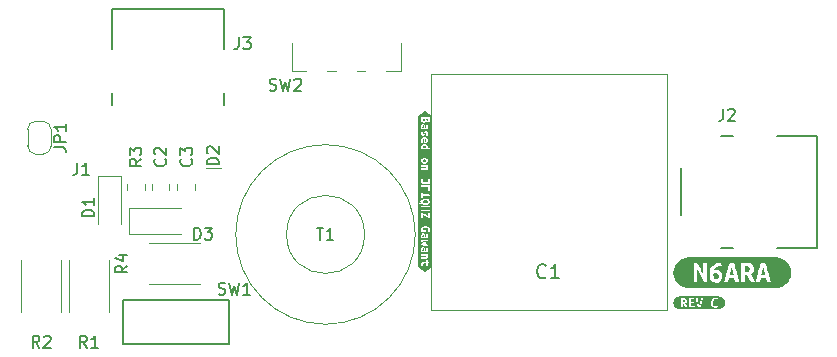
<source format=gbr>
%TF.GenerationSoftware,KiCad,Pcbnew,9.0.5*%
%TF.CreationDate,2025-11-29T21:51:22-08:00*%
%TF.ProjectId,TinyGawant,54696e79-4761-4776-916e-742e6b696361,rev?*%
%TF.SameCoordinates,Original*%
%TF.FileFunction,Legend,Top*%
%TF.FilePolarity,Positive*%
%FSLAX46Y46*%
G04 Gerber Fmt 4.6, Leading zero omitted, Abs format (unit mm)*
G04 Created by KiCad (PCBNEW 9.0.5) date 2025-11-29 21:51:22*
%MOMM*%
%LPD*%
G01*
G04 APERTURE LIST*
%ADD10C,0.150000*%
%ADD11C,0.127000*%
%ADD12C,0.120000*%
%ADD13C,0.000000*%
%ADD14C,0.100000*%
G04 APERTURE END LIST*
D10*
X130295666Y-111394819D02*
X130295666Y-112109104D01*
X130295666Y-112109104D02*
X130248047Y-112251961D01*
X130248047Y-112251961D02*
X130152809Y-112347200D01*
X130152809Y-112347200D02*
X130009952Y-112394819D01*
X130009952Y-112394819D02*
X129914714Y-112394819D01*
X130676619Y-111394819D02*
X131295666Y-111394819D01*
X131295666Y-111394819D02*
X130962333Y-111775771D01*
X130962333Y-111775771D02*
X131105190Y-111775771D01*
X131105190Y-111775771D02*
X131200428Y-111823390D01*
X131200428Y-111823390D02*
X131248047Y-111871009D01*
X131248047Y-111871009D02*
X131295666Y-111966247D01*
X131295666Y-111966247D02*
X131295666Y-112204342D01*
X131295666Y-112204342D02*
X131248047Y-112299580D01*
X131248047Y-112299580D02*
X131200428Y-112347200D01*
X131200428Y-112347200D02*
X131105190Y-112394819D01*
X131105190Y-112394819D02*
X130819476Y-112394819D01*
X130819476Y-112394819D02*
X130724238Y-112347200D01*
X130724238Y-112347200D02*
X130676619Y-112299580D01*
X117435333Y-137665819D02*
X117102000Y-137189628D01*
X116863905Y-137665819D02*
X116863905Y-136665819D01*
X116863905Y-136665819D02*
X117244857Y-136665819D01*
X117244857Y-136665819D02*
X117340095Y-136713438D01*
X117340095Y-136713438D02*
X117387714Y-136761057D01*
X117387714Y-136761057D02*
X117435333Y-136856295D01*
X117435333Y-136856295D02*
X117435333Y-136999152D01*
X117435333Y-136999152D02*
X117387714Y-137094390D01*
X117387714Y-137094390D02*
X117340095Y-137142009D01*
X117340095Y-137142009D02*
X117244857Y-137189628D01*
X117244857Y-137189628D02*
X116863905Y-137189628D01*
X118387714Y-137665819D02*
X117816286Y-137665819D01*
X118102000Y-137665819D02*
X118102000Y-136665819D01*
X118102000Y-136665819D02*
X118006762Y-136808676D01*
X118006762Y-136808676D02*
X117911524Y-136903914D01*
X117911524Y-136903914D02*
X117816286Y-136951533D01*
X116633666Y-122009819D02*
X116633666Y-122724104D01*
X116633666Y-122724104D02*
X116586047Y-122866961D01*
X116586047Y-122866961D02*
X116490809Y-122962200D01*
X116490809Y-122962200D02*
X116347952Y-123009819D01*
X116347952Y-123009819D02*
X116252714Y-123009819D01*
X117633666Y-123009819D02*
X117062238Y-123009819D01*
X117347952Y-123009819D02*
X117347952Y-122009819D01*
X117347952Y-122009819D02*
X117252714Y-122152676D01*
X117252714Y-122152676D02*
X117157476Y-122247914D01*
X117157476Y-122247914D02*
X117062238Y-122295533D01*
X126249580Y-121676666D02*
X126297200Y-121724285D01*
X126297200Y-121724285D02*
X126344819Y-121867142D01*
X126344819Y-121867142D02*
X126344819Y-121962380D01*
X126344819Y-121962380D02*
X126297200Y-122105237D01*
X126297200Y-122105237D02*
X126201961Y-122200475D01*
X126201961Y-122200475D02*
X126106723Y-122248094D01*
X126106723Y-122248094D02*
X125916247Y-122295713D01*
X125916247Y-122295713D02*
X125773390Y-122295713D01*
X125773390Y-122295713D02*
X125582914Y-122248094D01*
X125582914Y-122248094D02*
X125487676Y-122200475D01*
X125487676Y-122200475D02*
X125392438Y-122105237D01*
X125392438Y-122105237D02*
X125344819Y-121962380D01*
X125344819Y-121962380D02*
X125344819Y-121867142D01*
X125344819Y-121867142D02*
X125392438Y-121724285D01*
X125392438Y-121724285D02*
X125440057Y-121676666D01*
X125344819Y-121343332D02*
X125344819Y-120724285D01*
X125344819Y-120724285D02*
X125725771Y-121057618D01*
X125725771Y-121057618D02*
X125725771Y-120914761D01*
X125725771Y-120914761D02*
X125773390Y-120819523D01*
X125773390Y-120819523D02*
X125821009Y-120771904D01*
X125821009Y-120771904D02*
X125916247Y-120724285D01*
X125916247Y-120724285D02*
X126154342Y-120724285D01*
X126154342Y-120724285D02*
X126249580Y-120771904D01*
X126249580Y-120771904D02*
X126297200Y-120819523D01*
X126297200Y-120819523D02*
X126344819Y-120914761D01*
X126344819Y-120914761D02*
X126344819Y-121200475D01*
X126344819Y-121200475D02*
X126297200Y-121295713D01*
X126297200Y-121295713D02*
X126249580Y-121343332D01*
X136878095Y-127539819D02*
X137449523Y-127539819D01*
X137163809Y-128539819D02*
X137163809Y-127539819D01*
X138306666Y-128539819D02*
X137735238Y-128539819D01*
X138020952Y-128539819D02*
X138020952Y-127539819D01*
X138020952Y-127539819D02*
X137925714Y-127682676D01*
X137925714Y-127682676D02*
X137830476Y-127777914D01*
X137830476Y-127777914D02*
X137735238Y-127825533D01*
X132905667Y-115850200D02*
X133048524Y-115897819D01*
X133048524Y-115897819D02*
X133286619Y-115897819D01*
X133286619Y-115897819D02*
X133381857Y-115850200D01*
X133381857Y-115850200D02*
X133429476Y-115802580D01*
X133429476Y-115802580D02*
X133477095Y-115707342D01*
X133477095Y-115707342D02*
X133477095Y-115612104D01*
X133477095Y-115612104D02*
X133429476Y-115516866D01*
X133429476Y-115516866D02*
X133381857Y-115469247D01*
X133381857Y-115469247D02*
X133286619Y-115421628D01*
X133286619Y-115421628D02*
X133096143Y-115374009D01*
X133096143Y-115374009D02*
X133000905Y-115326390D01*
X133000905Y-115326390D02*
X132953286Y-115278771D01*
X132953286Y-115278771D02*
X132905667Y-115183533D01*
X132905667Y-115183533D02*
X132905667Y-115088295D01*
X132905667Y-115088295D02*
X132953286Y-114993057D01*
X132953286Y-114993057D02*
X133000905Y-114945438D01*
X133000905Y-114945438D02*
X133096143Y-114897819D01*
X133096143Y-114897819D02*
X133334238Y-114897819D01*
X133334238Y-114897819D02*
X133477095Y-114945438D01*
X133810429Y-114897819D02*
X134048524Y-115897819D01*
X134048524Y-115897819D02*
X134239000Y-115183533D01*
X134239000Y-115183533D02*
X134429476Y-115897819D01*
X134429476Y-115897819D02*
X134667572Y-114897819D01*
X135000905Y-114993057D02*
X135048524Y-114945438D01*
X135048524Y-114945438D02*
X135143762Y-114897819D01*
X135143762Y-114897819D02*
X135381857Y-114897819D01*
X135381857Y-114897819D02*
X135477095Y-114945438D01*
X135477095Y-114945438D02*
X135524714Y-114993057D01*
X135524714Y-114993057D02*
X135572333Y-115088295D01*
X135572333Y-115088295D02*
X135572333Y-115183533D01*
X135572333Y-115183533D02*
X135524714Y-115326390D01*
X135524714Y-115326390D02*
X134953286Y-115897819D01*
X134953286Y-115897819D02*
X135572333Y-115897819D01*
X156290000Y-131693057D02*
X156232857Y-131750200D01*
X156232857Y-131750200D02*
X156061429Y-131807342D01*
X156061429Y-131807342D02*
X155947143Y-131807342D01*
X155947143Y-131807342D02*
X155775714Y-131750200D01*
X155775714Y-131750200D02*
X155661429Y-131635914D01*
X155661429Y-131635914D02*
X155604286Y-131521628D01*
X155604286Y-131521628D02*
X155547143Y-131293057D01*
X155547143Y-131293057D02*
X155547143Y-131121628D01*
X155547143Y-131121628D02*
X155604286Y-130893057D01*
X155604286Y-130893057D02*
X155661429Y-130778771D01*
X155661429Y-130778771D02*
X155775714Y-130664485D01*
X155775714Y-130664485D02*
X155947143Y-130607342D01*
X155947143Y-130607342D02*
X156061429Y-130607342D01*
X156061429Y-130607342D02*
X156232857Y-130664485D01*
X156232857Y-130664485D02*
X156290000Y-130721628D01*
X157432857Y-131807342D02*
X156747143Y-131807342D01*
X157090000Y-131807342D02*
X157090000Y-130607342D01*
X157090000Y-130607342D02*
X156975714Y-130778771D01*
X156975714Y-130778771D02*
X156861429Y-130893057D01*
X156861429Y-130893057D02*
X156747143Y-130950200D01*
X128587667Y-133122200D02*
X128730524Y-133169819D01*
X128730524Y-133169819D02*
X128968619Y-133169819D01*
X128968619Y-133169819D02*
X129063857Y-133122200D01*
X129063857Y-133122200D02*
X129111476Y-133074580D01*
X129111476Y-133074580D02*
X129159095Y-132979342D01*
X129159095Y-132979342D02*
X129159095Y-132884104D01*
X129159095Y-132884104D02*
X129111476Y-132788866D01*
X129111476Y-132788866D02*
X129063857Y-132741247D01*
X129063857Y-132741247D02*
X128968619Y-132693628D01*
X128968619Y-132693628D02*
X128778143Y-132646009D01*
X128778143Y-132646009D02*
X128682905Y-132598390D01*
X128682905Y-132598390D02*
X128635286Y-132550771D01*
X128635286Y-132550771D02*
X128587667Y-132455533D01*
X128587667Y-132455533D02*
X128587667Y-132360295D01*
X128587667Y-132360295D02*
X128635286Y-132265057D01*
X128635286Y-132265057D02*
X128682905Y-132217438D01*
X128682905Y-132217438D02*
X128778143Y-132169819D01*
X128778143Y-132169819D02*
X129016238Y-132169819D01*
X129016238Y-132169819D02*
X129159095Y-132217438D01*
X129492429Y-132169819D02*
X129730524Y-133169819D01*
X129730524Y-133169819D02*
X129921000Y-132455533D01*
X129921000Y-132455533D02*
X130111476Y-133169819D01*
X130111476Y-133169819D02*
X130349572Y-132169819D01*
X131254333Y-133169819D02*
X130682905Y-133169819D01*
X130968619Y-133169819D02*
X130968619Y-132169819D01*
X130968619Y-132169819D02*
X130873381Y-132312676D01*
X130873381Y-132312676D02*
X130778143Y-132407914D01*
X130778143Y-132407914D02*
X130682905Y-132455533D01*
X122044819Y-121676666D02*
X121568628Y-122009999D01*
X122044819Y-122248094D02*
X121044819Y-122248094D01*
X121044819Y-122248094D02*
X121044819Y-121867142D01*
X121044819Y-121867142D02*
X121092438Y-121771904D01*
X121092438Y-121771904D02*
X121140057Y-121724285D01*
X121140057Y-121724285D02*
X121235295Y-121676666D01*
X121235295Y-121676666D02*
X121378152Y-121676666D01*
X121378152Y-121676666D02*
X121473390Y-121724285D01*
X121473390Y-121724285D02*
X121521009Y-121771904D01*
X121521009Y-121771904D02*
X121568628Y-121867142D01*
X121568628Y-121867142D02*
X121568628Y-122248094D01*
X121044819Y-121343332D02*
X121044819Y-120724285D01*
X121044819Y-120724285D02*
X121425771Y-121057618D01*
X121425771Y-121057618D02*
X121425771Y-120914761D01*
X121425771Y-120914761D02*
X121473390Y-120819523D01*
X121473390Y-120819523D02*
X121521009Y-120771904D01*
X121521009Y-120771904D02*
X121616247Y-120724285D01*
X121616247Y-120724285D02*
X121854342Y-120724285D01*
X121854342Y-120724285D02*
X121949580Y-120771904D01*
X121949580Y-120771904D02*
X121997200Y-120819523D01*
X121997200Y-120819523D02*
X122044819Y-120914761D01*
X122044819Y-120914761D02*
X122044819Y-121200475D01*
X122044819Y-121200475D02*
X121997200Y-121295713D01*
X121997200Y-121295713D02*
X121949580Y-121343332D01*
X128594819Y-122148094D02*
X127594819Y-122148094D01*
X127594819Y-122148094D02*
X127594819Y-121909999D01*
X127594819Y-121909999D02*
X127642438Y-121767142D01*
X127642438Y-121767142D02*
X127737676Y-121671904D01*
X127737676Y-121671904D02*
X127832914Y-121624285D01*
X127832914Y-121624285D02*
X128023390Y-121576666D01*
X128023390Y-121576666D02*
X128166247Y-121576666D01*
X128166247Y-121576666D02*
X128356723Y-121624285D01*
X128356723Y-121624285D02*
X128451961Y-121671904D01*
X128451961Y-121671904D02*
X128547200Y-121767142D01*
X128547200Y-121767142D02*
X128594819Y-121909999D01*
X128594819Y-121909999D02*
X128594819Y-122148094D01*
X127690057Y-121195713D02*
X127642438Y-121148094D01*
X127642438Y-121148094D02*
X127594819Y-121052856D01*
X127594819Y-121052856D02*
X127594819Y-120814761D01*
X127594819Y-120814761D02*
X127642438Y-120719523D01*
X127642438Y-120719523D02*
X127690057Y-120671904D01*
X127690057Y-120671904D02*
X127785295Y-120624285D01*
X127785295Y-120624285D02*
X127880533Y-120624285D01*
X127880533Y-120624285D02*
X128023390Y-120671904D01*
X128023390Y-120671904D02*
X128594819Y-121243332D01*
X128594819Y-121243332D02*
X128594819Y-120624285D01*
X120850819Y-130722666D02*
X120374628Y-131055999D01*
X120850819Y-131294094D02*
X119850819Y-131294094D01*
X119850819Y-131294094D02*
X119850819Y-130913142D01*
X119850819Y-130913142D02*
X119898438Y-130817904D01*
X119898438Y-130817904D02*
X119946057Y-130770285D01*
X119946057Y-130770285D02*
X120041295Y-130722666D01*
X120041295Y-130722666D02*
X120184152Y-130722666D01*
X120184152Y-130722666D02*
X120279390Y-130770285D01*
X120279390Y-130770285D02*
X120327009Y-130817904D01*
X120327009Y-130817904D02*
X120374628Y-130913142D01*
X120374628Y-130913142D02*
X120374628Y-131294094D01*
X120184152Y-129865523D02*
X120850819Y-129865523D01*
X119803200Y-130103618D02*
X120517485Y-130341713D01*
X120517485Y-130341713D02*
X120517485Y-129722666D01*
X113421333Y-137665819D02*
X113088000Y-137189628D01*
X112849905Y-137665819D02*
X112849905Y-136665819D01*
X112849905Y-136665819D02*
X113230857Y-136665819D01*
X113230857Y-136665819D02*
X113326095Y-136713438D01*
X113326095Y-136713438D02*
X113373714Y-136761057D01*
X113373714Y-136761057D02*
X113421333Y-136856295D01*
X113421333Y-136856295D02*
X113421333Y-136999152D01*
X113421333Y-136999152D02*
X113373714Y-137094390D01*
X113373714Y-137094390D02*
X113326095Y-137142009D01*
X113326095Y-137142009D02*
X113230857Y-137189628D01*
X113230857Y-137189628D02*
X112849905Y-137189628D01*
X113802286Y-136761057D02*
X113849905Y-136713438D01*
X113849905Y-136713438D02*
X113945143Y-136665819D01*
X113945143Y-136665819D02*
X114183238Y-136665819D01*
X114183238Y-136665819D02*
X114278476Y-136713438D01*
X114278476Y-136713438D02*
X114326095Y-136761057D01*
X114326095Y-136761057D02*
X114373714Y-136856295D01*
X114373714Y-136856295D02*
X114373714Y-136951533D01*
X114373714Y-136951533D02*
X114326095Y-137094390D01*
X114326095Y-137094390D02*
X113754667Y-137665819D01*
X113754667Y-137665819D02*
X114373714Y-137665819D01*
X118044819Y-126548094D02*
X117044819Y-126548094D01*
X117044819Y-126548094D02*
X117044819Y-126309999D01*
X117044819Y-126309999D02*
X117092438Y-126167142D01*
X117092438Y-126167142D02*
X117187676Y-126071904D01*
X117187676Y-126071904D02*
X117282914Y-126024285D01*
X117282914Y-126024285D02*
X117473390Y-125976666D01*
X117473390Y-125976666D02*
X117616247Y-125976666D01*
X117616247Y-125976666D02*
X117806723Y-126024285D01*
X117806723Y-126024285D02*
X117901961Y-126071904D01*
X117901961Y-126071904D02*
X117997200Y-126167142D01*
X117997200Y-126167142D02*
X118044819Y-126309999D01*
X118044819Y-126309999D02*
X118044819Y-126548094D01*
X118044819Y-125024285D02*
X118044819Y-125595713D01*
X118044819Y-125309999D02*
X117044819Y-125309999D01*
X117044819Y-125309999D02*
X117187676Y-125405237D01*
X117187676Y-125405237D02*
X117282914Y-125500475D01*
X117282914Y-125500475D02*
X117330533Y-125595713D01*
X126501905Y-128514819D02*
X126501905Y-127514819D01*
X126501905Y-127514819D02*
X126740000Y-127514819D01*
X126740000Y-127514819D02*
X126882857Y-127562438D01*
X126882857Y-127562438D02*
X126978095Y-127657676D01*
X126978095Y-127657676D02*
X127025714Y-127752914D01*
X127025714Y-127752914D02*
X127073333Y-127943390D01*
X127073333Y-127943390D02*
X127073333Y-128086247D01*
X127073333Y-128086247D02*
X127025714Y-128276723D01*
X127025714Y-128276723D02*
X126978095Y-128371961D01*
X126978095Y-128371961D02*
X126882857Y-128467200D01*
X126882857Y-128467200D02*
X126740000Y-128514819D01*
X126740000Y-128514819D02*
X126501905Y-128514819D01*
X127406667Y-127514819D02*
X128025714Y-127514819D01*
X128025714Y-127514819D02*
X127692381Y-127895771D01*
X127692381Y-127895771D02*
X127835238Y-127895771D01*
X127835238Y-127895771D02*
X127930476Y-127943390D01*
X127930476Y-127943390D02*
X127978095Y-127991009D01*
X127978095Y-127991009D02*
X128025714Y-128086247D01*
X128025714Y-128086247D02*
X128025714Y-128324342D01*
X128025714Y-128324342D02*
X127978095Y-128419580D01*
X127978095Y-128419580D02*
X127930476Y-128467200D01*
X127930476Y-128467200D02*
X127835238Y-128514819D01*
X127835238Y-128514819D02*
X127549524Y-128514819D01*
X127549524Y-128514819D02*
X127454286Y-128467200D01*
X127454286Y-128467200D02*
X127406667Y-128419580D01*
X124049580Y-121676666D02*
X124097200Y-121724285D01*
X124097200Y-121724285D02*
X124144819Y-121867142D01*
X124144819Y-121867142D02*
X124144819Y-121962380D01*
X124144819Y-121962380D02*
X124097200Y-122105237D01*
X124097200Y-122105237D02*
X124001961Y-122200475D01*
X124001961Y-122200475D02*
X123906723Y-122248094D01*
X123906723Y-122248094D02*
X123716247Y-122295713D01*
X123716247Y-122295713D02*
X123573390Y-122295713D01*
X123573390Y-122295713D02*
X123382914Y-122248094D01*
X123382914Y-122248094D02*
X123287676Y-122200475D01*
X123287676Y-122200475D02*
X123192438Y-122105237D01*
X123192438Y-122105237D02*
X123144819Y-121962380D01*
X123144819Y-121962380D02*
X123144819Y-121867142D01*
X123144819Y-121867142D02*
X123192438Y-121724285D01*
X123192438Y-121724285D02*
X123240057Y-121676666D01*
X123240057Y-121295713D02*
X123192438Y-121248094D01*
X123192438Y-121248094D02*
X123144819Y-121152856D01*
X123144819Y-121152856D02*
X123144819Y-120914761D01*
X123144819Y-120914761D02*
X123192438Y-120819523D01*
X123192438Y-120819523D02*
X123240057Y-120771904D01*
X123240057Y-120771904D02*
X123335295Y-120724285D01*
X123335295Y-120724285D02*
X123430533Y-120724285D01*
X123430533Y-120724285D02*
X123573390Y-120771904D01*
X123573390Y-120771904D02*
X124144819Y-121343332D01*
X124144819Y-121343332D02*
X124144819Y-120724285D01*
X114665819Y-120721333D02*
X115380104Y-120721333D01*
X115380104Y-120721333D02*
X115522961Y-120768952D01*
X115522961Y-120768952D02*
X115618200Y-120864190D01*
X115618200Y-120864190D02*
X115665819Y-121007047D01*
X115665819Y-121007047D02*
X115665819Y-121102285D01*
X115665819Y-120245142D02*
X114665819Y-120245142D01*
X114665819Y-120245142D02*
X114665819Y-119864190D01*
X114665819Y-119864190D02*
X114713438Y-119768952D01*
X114713438Y-119768952D02*
X114761057Y-119721333D01*
X114761057Y-119721333D02*
X114856295Y-119673714D01*
X114856295Y-119673714D02*
X114999152Y-119673714D01*
X114999152Y-119673714D02*
X115094390Y-119721333D01*
X115094390Y-119721333D02*
X115142009Y-119768952D01*
X115142009Y-119768952D02*
X115189628Y-119864190D01*
X115189628Y-119864190D02*
X115189628Y-120245142D01*
X115665819Y-118721333D02*
X115665819Y-119292761D01*
X115665819Y-119007047D02*
X114665819Y-119007047D01*
X114665819Y-119007047D02*
X114808676Y-119102285D01*
X114808676Y-119102285D02*
X114903914Y-119197523D01*
X114903914Y-119197523D02*
X114951533Y-119292761D01*
X171306666Y-117437819D02*
X171306666Y-118152104D01*
X171306666Y-118152104D02*
X171259047Y-118294961D01*
X171259047Y-118294961D02*
X171163809Y-118390200D01*
X171163809Y-118390200D02*
X171020952Y-118437819D01*
X171020952Y-118437819D02*
X170925714Y-118437819D01*
X171735238Y-117533057D02*
X171782857Y-117485438D01*
X171782857Y-117485438D02*
X171878095Y-117437819D01*
X171878095Y-117437819D02*
X172116190Y-117437819D01*
X172116190Y-117437819D02*
X172211428Y-117485438D01*
X172211428Y-117485438D02*
X172259047Y-117533057D01*
X172259047Y-117533057D02*
X172306666Y-117628295D01*
X172306666Y-117628295D02*
X172306666Y-117723533D01*
X172306666Y-117723533D02*
X172259047Y-117866390D01*
X172259047Y-117866390D02*
X171687619Y-118437819D01*
X171687619Y-118437819D02*
X172306666Y-118437819D01*
D11*
%TO.C,J3*%
X119583000Y-109006000D02*
X119583000Y-112376000D01*
X119583000Y-117086000D02*
X119583000Y-116086000D01*
X129083000Y-109006000D02*
X119583000Y-109006000D01*
X129083000Y-112376000D02*
X129083000Y-109006000D01*
X129083000Y-117086000D02*
X129083000Y-116086000D01*
D12*
%TO.C,R1*%
X115892000Y-130283936D02*
X115892000Y-134638064D01*
X119312000Y-130283936D02*
X119312000Y-134638064D01*
%TO.C,C3*%
X125105000Y-124321252D02*
X125105000Y-123798748D01*
X126575000Y-124321252D02*
X126575000Y-123798748D01*
%TO.C,T1*%
X145240000Y-128085000D02*
G75*
G02*
X130040000Y-128085000I-7600000J0D01*
G01*
X130040000Y-128085000D02*
G75*
G02*
X145240000Y-128085000I7600000J0D01*
G01*
X140940000Y-128085000D02*
G75*
G02*
X134340000Y-128085000I-3300000J0D01*
G01*
X134340000Y-128085000D02*
G75*
G02*
X140940000Y-128085000I3300000J0D01*
G01*
%TO.C,SW2*%
X134790000Y-111910000D02*
X134790000Y-114210000D01*
X134790000Y-114210000D02*
X135990000Y-114210000D01*
X138490000Y-114210000D02*
X137790000Y-114210000D01*
X140990000Y-114210000D02*
X140290000Y-114210000D01*
X142790000Y-114210000D02*
X143990000Y-114210000D01*
X143990000Y-114210000D02*
X143990000Y-111910000D01*
D13*
%TO.C,kibuzzard-67778075*%
G36*
X146113657Y-120008032D02*
G01*
X146150694Y-120028866D01*
X146176157Y-120062431D01*
X146185417Y-120110463D01*
X146175579Y-120159074D01*
X146149537Y-120191481D01*
X146113079Y-120210000D01*
X146070833Y-120215787D01*
X146070833Y-119998194D01*
X146113657Y-120008032D01*
G37*
G36*
X146060417Y-118360463D02*
G01*
X146037847Y-118449005D01*
X145963194Y-118481991D01*
X145911690Y-118470417D01*
X145880440Y-118440903D01*
X145865394Y-118399815D01*
X145861343Y-118352361D01*
X145862500Y-118317060D01*
X145865972Y-118284074D01*
X146060417Y-118284074D01*
X146060417Y-118360463D01*
G37*
G36*
X146346296Y-118315324D02*
G01*
X146347454Y-118348889D01*
X146344560Y-118387083D01*
X146332986Y-118419491D01*
X146308681Y-118441481D01*
X146267593Y-118449583D01*
X146202199Y-118421806D01*
X146178472Y-118339630D01*
X146178472Y-118284074D01*
X146342824Y-118284074D01*
X146346296Y-118315324D01*
G37*
G36*
X145950463Y-118858148D02*
G01*
X145970139Y-118883032D01*
X145979977Y-118919491D01*
X145982870Y-118962315D01*
X145981134Y-118998194D01*
X145977083Y-119031759D01*
X145852083Y-119031759D01*
X145849190Y-118993565D01*
X145848611Y-118948426D01*
X145864236Y-118876667D01*
X145916898Y-118848889D01*
X145950463Y-118858148D01*
G37*
G36*
X145950463Y-128117407D02*
G01*
X145970139Y-128142292D01*
X145979977Y-128178750D01*
X145982870Y-128221574D01*
X145981134Y-128257454D01*
X145977083Y-128291019D01*
X145852083Y-128291019D01*
X145849190Y-128252824D01*
X145848611Y-128207685D01*
X145864236Y-128135926D01*
X145916898Y-128108148D01*
X145950463Y-128117407D01*
G37*
G36*
X145950463Y-129274815D02*
G01*
X145970139Y-129299699D01*
X145979977Y-129336157D01*
X145982870Y-129378981D01*
X145981134Y-129414861D01*
X145977083Y-129448426D01*
X145852083Y-129448426D01*
X145849190Y-129410231D01*
X145848611Y-129365093D01*
X145864236Y-129293333D01*
X145916898Y-129265556D01*
X145950463Y-129274815D01*
G37*
G36*
X146089641Y-120576898D02*
G01*
X146139120Y-120594259D01*
X146169502Y-120624352D01*
X146179630Y-120668333D01*
X146173264Y-120712315D01*
X146157639Y-120749352D01*
X145861343Y-120749352D01*
X145857870Y-120718102D01*
X145856713Y-120685694D01*
X145868287Y-120633756D01*
X145903009Y-120598310D01*
X145955961Y-120577911D01*
X146022222Y-120571111D01*
X146089641Y-120576898D01*
G37*
G36*
X146084578Y-121736765D02*
G01*
X146136227Y-121758032D01*
X146169647Y-121793189D01*
X146180787Y-121841944D01*
X146169647Y-121891858D01*
X146136227Y-121925856D01*
X146084578Y-121945388D01*
X146018750Y-121951898D01*
X145952778Y-121944809D01*
X145900694Y-121923542D01*
X145866840Y-121888385D01*
X145855556Y-121839630D01*
X145866840Y-121789716D01*
X145900694Y-121755718D01*
X145952778Y-121736186D01*
X146018750Y-121729676D01*
X146084578Y-121736765D01*
G37*
G36*
X146152431Y-125200596D02*
G01*
X146199306Y-125203634D01*
X146278588Y-125219838D01*
X146332407Y-125253981D01*
X146352083Y-125313009D01*
X146332407Y-125372037D01*
X146279167Y-125406181D01*
X146199884Y-125422384D01*
X146152575Y-125425422D01*
X146102083Y-125426435D01*
X146051736Y-125425422D01*
X146004861Y-125422384D01*
X145925579Y-125406181D01*
X145871759Y-125371458D01*
X145852083Y-125313009D01*
X145871759Y-125253981D01*
X145925579Y-125219838D01*
X146004861Y-125203634D01*
X146051736Y-125200596D01*
X146102083Y-125199583D01*
X146152431Y-125200596D01*
G37*
G36*
X146646451Y-118045262D02*
G01*
X146646451Y-118141713D01*
X146646451Y-130778287D01*
X146646451Y-130874738D01*
X146050000Y-131272371D01*
X145453549Y-130874738D01*
X145453549Y-130778287D01*
X145453549Y-130604676D01*
X145734028Y-130604676D01*
X145740972Y-130693218D01*
X145764120Y-130778287D01*
X145886806Y-130758611D01*
X145871759Y-130722153D01*
X145863079Y-130689745D01*
X145859028Y-130657338D01*
X145857870Y-130620880D01*
X145861343Y-130587315D01*
X145875231Y-130561852D01*
X145904167Y-130545648D01*
X145952778Y-130539861D01*
X146172685Y-130539861D01*
X146172685Y-130767870D01*
X146290741Y-130767870D01*
X146290741Y-130539861D01*
X146450463Y-130539861D01*
X146427315Y-130397500D01*
X146290741Y-130397500D01*
X146290741Y-130273657D01*
X146172685Y-130273657D01*
X146172685Y-130397500D01*
X145949306Y-130397500D01*
X145887529Y-130400972D01*
X145838773Y-130411389D01*
X145773380Y-130451898D01*
X145742130Y-130516713D01*
X145734028Y-130604676D01*
X145453549Y-130604676D01*
X145453549Y-130163704D01*
X145453549Y-129726204D01*
X145746759Y-129726204D01*
X145746759Y-129868565D01*
X146173843Y-129868565D01*
X146177315Y-129901551D01*
X146178472Y-129933380D01*
X146144907Y-130003981D01*
X146100637Y-130017002D01*
X146034954Y-130021343D01*
X145746759Y-130021343D01*
X145746759Y-130163704D01*
X146053472Y-130163704D01*
X146106568Y-130161100D01*
X146154745Y-130153287D01*
X146233449Y-130117986D01*
X146284375Y-130050278D01*
X146297830Y-130001956D01*
X146302315Y-129942639D01*
X146300000Y-129879126D01*
X146293056Y-129820532D01*
X146283507Y-129768883D01*
X146273380Y-129726204D01*
X145746759Y-129726204D01*
X145453549Y-129726204D01*
X145453549Y-129354676D01*
X145734028Y-129354676D01*
X145736343Y-129427303D01*
X145743287Y-129492407D01*
X145759491Y-129585000D01*
X146083565Y-129585000D01*
X146175579Y-129573426D01*
X146245023Y-129535231D01*
X146289005Y-129464051D01*
X146300723Y-129413848D01*
X146304630Y-129352361D01*
X146302749Y-129301146D01*
X146297106Y-129251667D01*
X146280324Y-129176435D01*
X146165741Y-129196111D01*
X146179630Y-129256875D01*
X146185417Y-129335000D01*
X146178617Y-129388241D01*
X146158218Y-129422963D01*
X146090509Y-129448426D01*
X146073148Y-129448426D01*
X146080093Y-129402419D01*
X146082407Y-129350046D01*
X146073727Y-129265556D01*
X146045370Y-129193796D01*
X145993287Y-129144028D01*
X145913426Y-129125509D01*
X145829514Y-129141713D01*
X145773958Y-129188009D01*
X145743287Y-129260347D01*
X145734028Y-129354676D01*
X145453549Y-129354676D01*
X145453549Y-128976204D01*
X145746759Y-128976204D01*
X145820833Y-128994144D01*
X145902623Y-129010926D01*
X145992130Y-129026551D01*
X146063310Y-129037221D01*
X146136806Y-129046661D01*
X146212616Y-129054871D01*
X146290741Y-129061852D01*
X146290741Y-128940324D01*
X146239670Y-128938154D01*
X146190625Y-128936273D01*
X146094560Y-128931644D01*
X146046383Y-128928316D01*
X145997917Y-128924120D01*
X145948148Y-128918912D01*
X145896065Y-128912546D01*
X145977662Y-128888819D01*
X146049421Y-128870301D01*
X146115394Y-128854097D01*
X146180787Y-128839630D01*
X146180787Y-128736620D01*
X146115394Y-128720995D01*
X146049421Y-128704792D01*
X145977662Y-128685116D01*
X145896065Y-128659074D01*
X145963323Y-128650779D01*
X146029295Y-128644414D01*
X146093981Y-128639977D01*
X146158539Y-128636569D01*
X146224126Y-128633290D01*
X146290741Y-128630139D01*
X146290741Y-128508611D01*
X146212905Y-128515845D01*
X146136806Y-128523657D01*
X146062876Y-128532338D01*
X145991551Y-128542176D01*
X145923553Y-128553027D01*
X145859606Y-128564745D01*
X145800434Y-128577332D01*
X145746759Y-128590787D01*
X145746759Y-128698426D01*
X145813889Y-128723889D01*
X145872917Y-128744144D01*
X145931366Y-128763241D01*
X145997917Y-128784074D01*
X145930208Y-128804329D01*
X145871181Y-128824005D01*
X145812731Y-128844838D01*
X145746759Y-128868565D01*
X145746759Y-128976204D01*
X145453549Y-128976204D01*
X145453549Y-128868565D01*
X145453549Y-128197269D01*
X145734028Y-128197269D01*
X145736343Y-128269896D01*
X145743287Y-128335000D01*
X145759491Y-128427593D01*
X146083565Y-128427593D01*
X146175579Y-128416019D01*
X146245023Y-128377824D01*
X146289005Y-128306644D01*
X146300723Y-128256441D01*
X146304630Y-128194954D01*
X146302749Y-128143738D01*
X146297106Y-128094259D01*
X146280324Y-128019028D01*
X146165741Y-128038704D01*
X146179630Y-128099468D01*
X146185417Y-128177593D01*
X146178617Y-128230833D01*
X146158218Y-128265556D01*
X146090509Y-128291019D01*
X146073148Y-128291019D01*
X146080093Y-128245012D01*
X146082407Y-128192639D01*
X146073727Y-128108148D01*
X146045370Y-128036389D01*
X145993287Y-127986620D01*
X145913426Y-127968102D01*
X145829514Y-127984306D01*
X145773958Y-128030602D01*
X145743287Y-128102940D01*
X145734028Y-128197269D01*
X145453549Y-128197269D01*
X145453549Y-127662546D01*
X145731713Y-127662546D01*
X145734606Y-127733293D01*
X145743287Y-127792755D01*
X145764120Y-127872037D01*
X146121759Y-127872037D01*
X146121759Y-127729676D01*
X145860185Y-127729676D01*
X145856713Y-127701898D01*
X145855556Y-127674120D01*
X145870747Y-127604965D01*
X145916319Y-127554907D01*
X145964352Y-127532402D01*
X146027431Y-127518899D01*
X146105556Y-127514398D01*
X146158652Y-127516858D01*
X146206829Y-127524236D01*
X146285532Y-127556644D01*
X146337037Y-127613935D01*
X146355556Y-127699583D01*
X146342824Y-127775972D01*
X146313889Y-127838472D01*
X146427315Y-127875509D01*
X146441204Y-127851782D01*
X146458565Y-127811852D01*
X146473032Y-127754560D01*
X146479398Y-127679907D01*
X146473466Y-127617118D01*
X146455671Y-127558380D01*
X146426013Y-127505428D01*
X146384491Y-127460000D01*
X146331395Y-127422674D01*
X146267014Y-127394028D01*
X146191638Y-127375799D01*
X146105556Y-127369722D01*
X146018605Y-127374931D01*
X145942940Y-127390556D01*
X145878704Y-127415729D01*
X145826042Y-127449583D01*
X145784954Y-127491684D01*
X145755440Y-127541597D01*
X145737645Y-127598744D01*
X145731713Y-127662546D01*
X145453549Y-127662546D01*
X145453549Y-126706528D01*
X145453549Y-126234306D01*
X145746759Y-126234306D01*
X145746759Y-126706528D01*
X145864815Y-126706528D01*
X145864815Y-126398657D01*
X145919647Y-126428316D01*
X145975347Y-126459421D01*
X146032639Y-126492263D01*
X146092245Y-126527130D01*
X146154601Y-126564456D01*
X146220139Y-126604676D01*
X146289583Y-126648368D01*
X146363657Y-126696111D01*
X146463194Y-126696111D01*
X146463194Y-126249352D01*
X146345139Y-126249352D01*
X146345139Y-126524815D01*
X146262674Y-126476059D01*
X146186574Y-126431644D01*
X146116262Y-126390990D01*
X146051157Y-126353519D01*
X145990538Y-126319375D01*
X145933681Y-126288704D01*
X145880006Y-126260637D01*
X145828935Y-126234306D01*
X145746759Y-126234306D01*
X145453549Y-126234306D01*
X145453549Y-126128981D01*
X145453549Y-125654444D01*
X145746759Y-125654444D01*
X145746759Y-125796806D01*
X146062731Y-125796806D01*
X146062731Y-125986620D01*
X145746759Y-125986620D01*
X145746759Y-126128981D01*
X146463194Y-126128981D01*
X146463194Y-125986620D01*
X146180787Y-125986620D01*
X146180787Y-125796806D01*
X146463194Y-125796806D01*
X146463194Y-125654444D01*
X145746759Y-125654444D01*
X145453549Y-125654444D01*
X145453549Y-125535231D01*
X145550000Y-125535231D01*
X145651852Y-125565324D01*
X145667911Y-125488791D01*
X145685995Y-125430486D01*
X145734028Y-125368565D01*
X145755311Y-125429007D01*
X145792927Y-125479162D01*
X145846875Y-125519028D01*
X145916641Y-125547963D01*
X146001710Y-125565324D01*
X146102083Y-125571111D01*
X146188997Y-125566988D01*
X146264554Y-125554618D01*
X146328754Y-125534002D01*
X146381597Y-125505139D01*
X146434002Y-125454470D01*
X146465445Y-125390427D01*
X146475926Y-125313009D01*
X146465445Y-125237906D01*
X146434002Y-125174635D01*
X146381597Y-125123194D01*
X146328754Y-125093319D01*
X146264554Y-125071979D01*
X146188997Y-125059175D01*
X146102083Y-125054907D01*
X146003768Y-125060502D01*
X145920242Y-125077284D01*
X145851505Y-125105255D01*
X145797814Y-125143642D01*
X145759426Y-125191674D01*
X145736343Y-125249352D01*
X145664728Y-125276117D01*
X145611921Y-125330949D01*
X145585751Y-125384254D01*
X145565111Y-125452348D01*
X145550000Y-125535231D01*
X145453549Y-125535231D01*
X145453549Y-124976204D01*
X145453549Y-124541019D01*
X145746759Y-124541019D01*
X145746759Y-124976204D01*
X145864815Y-124976204D01*
X145864815Y-124833843D01*
X146463194Y-124833843D01*
X146463194Y-124736620D01*
X146418056Y-124686852D01*
X146376389Y-124625509D01*
X146340509Y-124560694D01*
X146313889Y-124500509D01*
X146195833Y-124546806D01*
X146224190Y-124617407D01*
X146265278Y-124691481D01*
X145864815Y-124691481D01*
X145864815Y-124541019D01*
X145746759Y-124541019D01*
X145453549Y-124541019D01*
X145453549Y-124081528D01*
X145746759Y-124081528D01*
X146053472Y-124081528D01*
X146053472Y-124340787D01*
X146171528Y-124340787D01*
X146171528Y-124081528D01*
X146345139Y-124081528D01*
X146345139Y-124377824D01*
X146463194Y-124377824D01*
X146463194Y-123939167D01*
X145746759Y-123939167D01*
X145746759Y-124081528D01*
X145453549Y-124081528D01*
X145453549Y-123939167D01*
X145453549Y-123539861D01*
X145731713Y-123539861D01*
X145736777Y-123604097D01*
X145751968Y-123657917D01*
X145775839Y-123702043D01*
X145806944Y-123737199D01*
X145887963Y-123781181D01*
X145935706Y-123791163D01*
X145986343Y-123794491D01*
X146463194Y-123794491D01*
X146463194Y-123411389D01*
X146345139Y-123411389D01*
X146345139Y-123650972D01*
X145994444Y-123650972D01*
X145927170Y-123642436D01*
X145885069Y-123616829D01*
X145862934Y-123577332D01*
X145855556Y-123527130D01*
X145872917Y-123454792D01*
X145908796Y-123390556D01*
X145795370Y-123336157D01*
X145750231Y-123418333D01*
X145736343Y-123473021D01*
X145731713Y-123539861D01*
X145453549Y-123539861D01*
X145453549Y-122640556D01*
X145453549Y-122203056D01*
X145746759Y-122203056D01*
X145746759Y-122345417D01*
X146173843Y-122345417D01*
X146177315Y-122378403D01*
X146178472Y-122410231D01*
X146144907Y-122480833D01*
X146100637Y-122493854D01*
X146034954Y-122498194D01*
X145746759Y-122498194D01*
X145746759Y-122640556D01*
X146053472Y-122640556D01*
X146106568Y-122637951D01*
X146154745Y-122630139D01*
X146233449Y-122594838D01*
X146284375Y-122527130D01*
X146297830Y-122478808D01*
X146302315Y-122419491D01*
X146300000Y-122355978D01*
X146293056Y-122297384D01*
X146283507Y-122245735D01*
X146273380Y-122203056D01*
X145746759Y-122203056D01*
X145453549Y-122203056D01*
X145453549Y-121841944D01*
X145731713Y-121841944D01*
X145736921Y-121897066D01*
X145752546Y-121946690D01*
X145777720Y-121990237D01*
X145811574Y-122027130D01*
X145853385Y-122056933D01*
X145902431Y-122079213D01*
X145958131Y-122093102D01*
X146019907Y-122097731D01*
X146080816Y-122093102D01*
X146136227Y-122079213D01*
X146185127Y-122056788D01*
X146226505Y-122026551D01*
X146259780Y-121989225D01*
X146284375Y-121945532D01*
X146299566Y-121896198D01*
X146304630Y-121841944D01*
X146299566Y-121788414D01*
X146284375Y-121738935D01*
X146259780Y-121694809D01*
X146226505Y-121657338D01*
X146185127Y-121626956D01*
X146136227Y-121604097D01*
X146080816Y-121589774D01*
X146019907Y-121585000D01*
X145958131Y-121589630D01*
X145902431Y-121603519D01*
X145853385Y-121625943D01*
X145811574Y-121656181D01*
X145777720Y-121693507D01*
X145752546Y-121737199D01*
X145736921Y-121786823D01*
X145731713Y-121841944D01*
X145453549Y-121841944D01*
X145453549Y-120684537D01*
X145734028Y-120684537D01*
X145736053Y-120739514D01*
X145742130Y-120795648D01*
X145751389Y-120848021D01*
X145762963Y-120891713D01*
X146550000Y-120891713D01*
X146525694Y-120749352D01*
X146278009Y-120749352D01*
X146295949Y-120700741D01*
X146302315Y-120644028D01*
X146293763Y-120578120D01*
X146268107Y-120523915D01*
X146225347Y-120481412D01*
X146167798Y-120450869D01*
X146097775Y-120432544D01*
X146015278Y-120426435D01*
X145934259Y-120433701D01*
X145865586Y-120455499D01*
X145809259Y-120491829D01*
X145767464Y-120542305D01*
X145742387Y-120606541D01*
X145734028Y-120684537D01*
X145453549Y-120684537D01*
X145453549Y-120149815D01*
X145734028Y-120149815D01*
X145742708Y-120243565D01*
X145764120Y-120322269D01*
X145885648Y-120302593D01*
X145867130Y-120237199D01*
X145857870Y-120155602D01*
X145865538Y-120092523D01*
X145888542Y-120042176D01*
X145924855Y-120009190D01*
X145972454Y-119998194D01*
X145972454Y-120351204D01*
X145996759Y-120352940D01*
X146025694Y-120353519D01*
X146109478Y-120346574D01*
X146178729Y-120325741D01*
X146233449Y-120291019D01*
X146272994Y-120242922D01*
X146296721Y-120181965D01*
X146304630Y-120108148D01*
X146300000Y-120060116D01*
X146286111Y-120013241D01*
X146263108Y-119969549D01*
X146231134Y-119931065D01*
X146190191Y-119898657D01*
X146140278Y-119873194D01*
X146081539Y-119856701D01*
X146014120Y-119851204D01*
X145949016Y-119856412D01*
X145892593Y-119872037D01*
X145844705Y-119897355D01*
X145805208Y-119931644D01*
X145774248Y-119974468D01*
X145751968Y-120025394D01*
X145738513Y-120083987D01*
X145734028Y-120149815D01*
X145453549Y-120149815D01*
X145453549Y-119499352D01*
X145734028Y-119499352D01*
X145737211Y-119563299D01*
X145746759Y-119616250D01*
X145781481Y-119693218D01*
X145833565Y-119735463D01*
X145897222Y-119748194D01*
X145969560Y-119730833D01*
X146018171Y-119686273D01*
X146050000Y-119625509D01*
X146073148Y-119560694D01*
X146087616Y-119519606D01*
X146103241Y-119486042D01*
X146121181Y-119462894D01*
X146143750Y-119454213D01*
X146172106Y-119473310D01*
X146185417Y-119546806D01*
X146172106Y-119640556D01*
X146153009Y-119701898D01*
X146273380Y-119723889D01*
X146296528Y-119644606D01*
X146302604Y-119597008D01*
X146304630Y-119545648D01*
X146301302Y-119488646D01*
X146291319Y-119440324D01*
X146254282Y-119367986D01*
X146199884Y-119326319D01*
X146134491Y-119313009D01*
X146063310Y-119330370D01*
X146016435Y-119374352D01*
X145985764Y-119433380D01*
X145964352Y-119497037D01*
X145950463Y-119539282D01*
X145935995Y-119575162D01*
X145918056Y-119599468D01*
X145892593Y-119608148D01*
X145861921Y-119580370D01*
X145854398Y-119500509D01*
X145868287Y-119407338D01*
X145898380Y-119321111D01*
X145779167Y-119299120D01*
X145750231Y-119378981D01*
X145738079Y-119433958D01*
X145734028Y-119499352D01*
X145453549Y-119499352D01*
X145453549Y-118938009D01*
X145734028Y-118938009D01*
X145736343Y-119010637D01*
X145743287Y-119075741D01*
X145759491Y-119168333D01*
X146083565Y-119168333D01*
X146175579Y-119156759D01*
X146245023Y-119118565D01*
X146289005Y-119047384D01*
X146300723Y-118997182D01*
X146304630Y-118935694D01*
X146302749Y-118884479D01*
X146297106Y-118835000D01*
X146280324Y-118759769D01*
X146165741Y-118779444D01*
X146179630Y-118840208D01*
X146185417Y-118918333D01*
X146178617Y-118971574D01*
X146158218Y-119006296D01*
X146090509Y-119031759D01*
X146073148Y-119031759D01*
X146080093Y-118985752D01*
X146082407Y-118933380D01*
X146073727Y-118848889D01*
X146045370Y-118777130D01*
X145993287Y-118727361D01*
X145913426Y-118708843D01*
X145829514Y-118725046D01*
X145773958Y-118771343D01*
X145743287Y-118843681D01*
X145734028Y-118938009D01*
X145453549Y-118938009D01*
X145453549Y-118340787D01*
X145737500Y-118340787D01*
X145740249Y-118397934D01*
X145748495Y-118451319D01*
X145763252Y-118499352D01*
X145785532Y-118540440D01*
X145854977Y-118600046D01*
X145903733Y-118616539D01*
X145963194Y-118622037D01*
X146011806Y-118615527D01*
X146058102Y-118595995D01*
X146098611Y-118558235D01*
X146129861Y-118497037D01*
X146192361Y-118563588D01*
X146234606Y-118582251D01*
X146282639Y-118588472D01*
X146349769Y-118578056D01*
X146410532Y-118538704D01*
X146454514Y-118458843D01*
X146467101Y-118400394D01*
X146471296Y-118326898D01*
X146466088Y-118230833D01*
X146453935Y-118141713D01*
X145758333Y-118141713D01*
X145749219Y-118191771D01*
X145742708Y-118242407D01*
X145738802Y-118292465D01*
X145737500Y-118340787D01*
X145453549Y-118340787D01*
X145453549Y-118141713D01*
X145453549Y-118045262D01*
X146050000Y-117647629D01*
X146646451Y-118045262D01*
G37*
%TO.C,C1*%
D14*
X166540000Y-134460000D02*
X146540000Y-134460000D01*
X146540000Y-114460000D01*
X166540000Y-114460000D01*
X166540000Y-134460000D01*
D11*
%TO.C,SW1*%
X120468000Y-133659000D02*
X129468000Y-133659000D01*
X120468000Y-137359000D02*
X120468000Y-133659000D01*
X123218000Y-137359000D02*
X120468000Y-137359000D01*
X124718000Y-137359000D02*
X123218000Y-137359000D01*
X125218000Y-137359000D02*
X124718000Y-137359000D01*
X126718000Y-137359000D02*
X125218000Y-137359000D01*
X129468000Y-133659000D02*
X129468000Y-137359000D01*
X129468000Y-137359000D02*
X126718000Y-137359000D01*
D13*
%TO.C,kibuzzard-69227399*%
G36*
X167994393Y-133595318D02*
G01*
X168039304Y-133617612D01*
X168068383Y-133655738D01*
X168078076Y-133710666D01*
X168041889Y-133800488D01*
X167994393Y-133824236D01*
X167924280Y-133832152D01*
X167889385Y-133832152D01*
X167889385Y-133591764D01*
X167915233Y-133588533D01*
X167937204Y-133587887D01*
X167994393Y-133595318D01*
G37*
G36*
X171061734Y-133342942D02*
G01*
X171160248Y-133372826D01*
X171251039Y-133421355D01*
X171330618Y-133486664D01*
X171395927Y-133566243D01*
X171444456Y-133657035D01*
X171474340Y-133755549D01*
X171484430Y-133858000D01*
X171474340Y-133960451D01*
X171444456Y-134058965D01*
X171395927Y-134149757D01*
X171330618Y-134229336D01*
X171251039Y-134294645D01*
X171160248Y-134343174D01*
X171061734Y-134373058D01*
X170959282Y-134383148D01*
X170851582Y-134383148D01*
X170627995Y-134383148D01*
X169193423Y-134383148D01*
X168388254Y-134383148D01*
X168292616Y-134383148D01*
X167730418Y-134383148D01*
X167622718Y-134383148D01*
X167520267Y-134373058D01*
X167421752Y-134343174D01*
X167330961Y-134294645D01*
X167251382Y-134229336D01*
X167186073Y-134149757D01*
X167137544Y-134058965D01*
X167107660Y-133960451D01*
X167097570Y-133858000D01*
X167107660Y-133755549D01*
X167137544Y-133657035D01*
X167186073Y-133566243D01*
X167251382Y-133486664D01*
X167271348Y-133470278D01*
X167730418Y-133470278D01*
X167730418Y-134258646D01*
X167889385Y-134258646D01*
X167889385Y-133963977D01*
X167972099Y-133963977D01*
X168015879Y-134037160D01*
X168056751Y-134109373D01*
X168093746Y-134182556D01*
X168125895Y-134258646D01*
X168292616Y-134258646D01*
X168388254Y-134258646D01*
X168901339Y-134258646D01*
X168901339Y-134126821D01*
X168547220Y-134126821D01*
X168547220Y-133901942D01*
X168830257Y-133901942D01*
X168830257Y-133770116D01*
X168547220Y-133770116D01*
X168547220Y-133590472D01*
X168872906Y-133590472D01*
X168872906Y-133458646D01*
X168969837Y-133458646D01*
X168984700Y-133531021D01*
X169006024Y-133621489D01*
X169023113Y-133689197D01*
X169041637Y-133759633D01*
X169061598Y-133832798D01*
X169082707Y-133907399D01*
X169104678Y-133982143D01*
X169127511Y-134057031D01*
X169161436Y-134163654D01*
X169193423Y-134258646D01*
X169357559Y-134258646D01*
X169382258Y-134189790D01*
X169406383Y-134119353D01*
X169429934Y-134047338D01*
X169452551Y-133974963D01*
X169473876Y-133903450D01*
X169486762Y-133858000D01*
X170280338Y-133858000D01*
X170285911Y-133952426D01*
X170302632Y-134035383D01*
X170330499Y-134106869D01*
X170369514Y-134166885D01*
X170437868Y-134227198D01*
X170524028Y-134263385D01*
X170627995Y-134275447D01*
X170698593Y-134271086D01*
X170760467Y-134258000D01*
X170851582Y-134219874D01*
X170811517Y-134094511D01*
X170746250Y-134122943D01*
X170643504Y-134137160D01*
X170551259Y-134118905D01*
X170489061Y-134064139D01*
X170462854Y-134008350D01*
X170447130Y-133938345D01*
X170441889Y-133854123D01*
X170446250Y-133781748D01*
X170459336Y-133722297D01*
X170504570Y-133637645D01*
X170567898Y-133592410D01*
X170640919Y-133578840D01*
X170737204Y-133592410D01*
X170808932Y-133625367D01*
X170850289Y-133498711D01*
X170823795Y-133483202D01*
X170780499Y-133463816D01*
X170720402Y-133447661D01*
X170643504Y-133440553D01*
X170567737Y-133447499D01*
X170498108Y-133468339D01*
X170436073Y-133502588D01*
X170383084Y-133549761D01*
X170339950Y-133609373D01*
X170307478Y-133680940D01*
X170287123Y-133763977D01*
X170280338Y-133858000D01*
X169486762Y-133858000D01*
X169493908Y-133832798D01*
X169521372Y-133729890D01*
X169545604Y-133631829D01*
X169566444Y-133540714D01*
X169583730Y-133458646D01*
X169417010Y-133458646D01*
X169405378Y-133525851D01*
X169391162Y-133603396D01*
X169375006Y-133687241D01*
X169357559Y-133773347D01*
X169338819Y-133859939D01*
X169318787Y-133945237D01*
X169298108Y-134025205D01*
X169277430Y-134095803D01*
X169256590Y-134024236D01*
X169235427Y-133943945D01*
X169214748Y-133858646D01*
X169195362Y-133772055D01*
X169177430Y-133686110D01*
X169161113Y-133602750D01*
X169147543Y-133525690D01*
X169137850Y-133458646D01*
X168969837Y-133458646D01*
X168872906Y-133458646D01*
X168388254Y-133458646D01*
X168388254Y-134258646D01*
X168292616Y-134258646D01*
X168255782Y-134173994D01*
X168211194Y-134084817D01*
X168163375Y-133999519D01*
X168116848Y-133925205D01*
X168173391Y-133888695D01*
X168211194Y-133838614D01*
X168232519Y-133778517D01*
X168239627Y-133711958D01*
X168234296Y-133649115D01*
X168218302Y-133594995D01*
X168156913Y-133512927D01*
X168112971Y-133484817D01*
X168061275Y-133465108D01*
X168002470Y-133453477D01*
X167937204Y-133449599D01*
X167891969Y-133450892D01*
X167837688Y-133454123D01*
X167781469Y-133460585D01*
X167730418Y-133470278D01*
X167271348Y-133470278D01*
X167330961Y-133421355D01*
X167421752Y-133372826D01*
X167520267Y-133342942D01*
X167622718Y-133332852D01*
X167730418Y-133332852D01*
X170851582Y-133332852D01*
X170959282Y-133332852D01*
X171061734Y-133342942D01*
G37*
%TO.C,kibuzzard-677780D3*%
G36*
X172082340Y-130982789D02*
G01*
X172124906Y-131147734D01*
X172160822Y-131311349D01*
X172192747Y-131481615D01*
X171870837Y-131481615D01*
X171904092Y-131311349D01*
X171941338Y-131147734D01*
X171983905Y-130982789D01*
X172033122Y-130805872D01*
X172082340Y-130982789D01*
G37*
G36*
X174742747Y-130982789D02*
G01*
X174785313Y-131147734D01*
X174821229Y-131311349D01*
X174853153Y-131481615D01*
X174531244Y-131481615D01*
X174564499Y-131311349D01*
X174601745Y-131147734D01*
X174644311Y-130982789D01*
X174693529Y-130805872D01*
X174742747Y-130982789D01*
G37*
G36*
X173387934Y-130767961D02*
G01*
X173480383Y-130813853D01*
X173540243Y-130892335D01*
X173560196Y-131005402D01*
X173485704Y-131190300D01*
X173387934Y-131239185D01*
X173243607Y-131255480D01*
X173171776Y-131255480D01*
X173171776Y-130760645D01*
X173224984Y-130753994D01*
X173270211Y-130752664D01*
X173387934Y-130767961D01*
G37*
G36*
X170799358Y-131368215D02*
G01*
X170875845Y-131419095D01*
X170931714Y-131611975D01*
X170919742Y-131705089D01*
X170882496Y-131792883D01*
X170817316Y-131859393D01*
X170721542Y-131885997D01*
X170605814Y-131852742D01*
X170532653Y-131763618D01*
X170495407Y-131637249D01*
X170484765Y-131489596D01*
X170486096Y-131439049D01*
X170490086Y-131391161D01*
X170577880Y-131361897D01*
X170681635Y-131351255D01*
X170799358Y-131368215D01*
G37*
G36*
X175907524Y-130030827D02*
G01*
X176033079Y-130049451D01*
X176156203Y-130080292D01*
X176275712Y-130123053D01*
X176390454Y-130177322D01*
X176499324Y-130242576D01*
X176601274Y-130318187D01*
X176695321Y-130403427D01*
X176780561Y-130497475D01*
X176856172Y-130599425D01*
X176921427Y-130708295D01*
X176975695Y-130823037D01*
X177018456Y-130942545D01*
X177049297Y-131065670D01*
X177067922Y-131191225D01*
X177074150Y-131318000D01*
X177067922Y-131444775D01*
X177049297Y-131570330D01*
X177018456Y-131693455D01*
X176975695Y-131812963D01*
X176921427Y-131927705D01*
X176856172Y-132036575D01*
X176780561Y-132138525D01*
X176695321Y-132232573D01*
X176601274Y-132317813D01*
X176499324Y-132393424D01*
X176390454Y-132458678D01*
X176275712Y-132512947D01*
X176156203Y-132555708D01*
X176033079Y-132586549D01*
X175907524Y-132605173D01*
X175780749Y-132611401D01*
X175337347Y-132611401D01*
X174986174Y-132611401D01*
X174001823Y-132611401D01*
X172325767Y-132611401D01*
X170729523Y-132611401D01*
X169654718Y-132611401D01*
X168832653Y-132611401D01*
X168389251Y-132611401D01*
X168262476Y-132605173D01*
X168136921Y-132586549D01*
X168013797Y-132555708D01*
X167894288Y-132512947D01*
X167779546Y-132458678D01*
X167670676Y-132393424D01*
X167568726Y-132317813D01*
X167474679Y-132232573D01*
X167389439Y-132138525D01*
X167385649Y-132133415D01*
X168832653Y-132133415D01*
X169127958Y-132133415D01*
X169127958Y-131039987D01*
X169226836Y-131222521D01*
X169321281Y-131404759D01*
X169411291Y-131586701D01*
X169496868Y-131768643D01*
X169578010Y-131950881D01*
X169654718Y-132133415D01*
X169918099Y-132133415D01*
X169918099Y-131460332D01*
X170162856Y-131460332D01*
X170178966Y-131681885D01*
X170227297Y-131860575D01*
X170307848Y-131996404D01*
X170419142Y-132091735D01*
X170559700Y-132148934D01*
X170729523Y-132168000D01*
X170855892Y-132155031D01*
X170915751Y-132133415D01*
X171394624Y-132133415D01*
X171735157Y-132133415D01*
X171809648Y-131752977D01*
X172248615Y-131752977D01*
X172325767Y-132133415D01*
X172676941Y-132133415D01*
X172633044Y-131946707D01*
X172588615Y-131765427D01*
X172543654Y-131589574D01*
X172498161Y-131419149D01*
X172452136Y-131254150D01*
X172394189Y-131054038D01*
X172336076Y-130859412D01*
X172277796Y-130670274D01*
X172226971Y-130510567D01*
X172844546Y-130510567D01*
X172844546Y-132133415D01*
X173171776Y-132133415D01*
X173171776Y-131526842D01*
X173342042Y-131526842D01*
X173432164Y-131677487D01*
X173516299Y-131826138D01*
X173592453Y-131976783D01*
X173658631Y-132133415D01*
X174001823Y-132133415D01*
X174055031Y-132133415D01*
X174395563Y-132133415D01*
X174470055Y-131752977D01*
X174909022Y-131752977D01*
X174986174Y-132133415D01*
X175337347Y-132133415D01*
X175293451Y-131946707D01*
X175249022Y-131765427D01*
X175204061Y-131589574D01*
X175158568Y-131419149D01*
X175112543Y-131254150D01*
X175054596Y-131054038D01*
X174996483Y-130859412D01*
X174938203Y-130670274D01*
X174879757Y-130486623D01*
X174523263Y-130486623D01*
X174466896Y-130668778D01*
X174409531Y-130856087D01*
X174351168Y-131048551D01*
X174291808Y-131246169D01*
X174244027Y-131409784D01*
X174196459Y-131580316D01*
X174149103Y-131757765D01*
X174101961Y-131942131D01*
X174055031Y-132133415D01*
X174001823Y-132133415D01*
X173926002Y-131959158D01*
X173834218Y-131775590D01*
X173735783Y-131600003D01*
X173640008Y-131447030D01*
X173756401Y-131371873D01*
X173834218Y-131268782D01*
X173878114Y-131145074D01*
X173892747Y-131008063D01*
X173881772Y-130878700D01*
X173848850Y-130767296D01*
X173722480Y-130598360D01*
X173632027Y-130540496D01*
X173525610Y-130499925D01*
X173404562Y-130475981D01*
X173270211Y-130468000D01*
X173177097Y-130470660D01*
X173065360Y-130477311D01*
X172949632Y-130490613D01*
X172844546Y-130510567D01*
X172226971Y-130510567D01*
X172219351Y-130486623D01*
X171862856Y-130486623D01*
X171806489Y-130668778D01*
X171749124Y-130856087D01*
X171690761Y-131048551D01*
X171631401Y-131246169D01*
X171583620Y-131409784D01*
X171536052Y-131580316D01*
X171488696Y-131757765D01*
X171441554Y-131942131D01*
X171394624Y-132133415D01*
X170915751Y-132133415D01*
X170963639Y-132116122D01*
X171125923Y-131981772D01*
X171220368Y-131800864D01*
X171250962Y-131606654D01*
X171223028Y-131404463D01*
X171131244Y-131236858D01*
X170967629Y-131122460D01*
X170856890Y-131090535D01*
X170724202Y-131079894D01*
X170639069Y-131091865D01*
X170540634Y-131125121D01*
X170632418Y-130952194D01*
X170780070Y-130839127D01*
X170966299Y-130776607D01*
X171173811Y-130755324D01*
X171155188Y-130475981D01*
X170941690Y-130491944D01*
X170748146Y-130539831D01*
X170577880Y-130618978D01*
X170434218Y-130728720D01*
X170318822Y-130868391D01*
X170233357Y-131037327D01*
X170180481Y-131234862D01*
X170162856Y-131460332D01*
X169918099Y-131460332D01*
X169918099Y-130486623D01*
X169622793Y-130486623D01*
X169622793Y-131500238D01*
X169575904Y-131396482D01*
X169520368Y-131276764D01*
X169457848Y-131147069D01*
X169390008Y-131013383D01*
X169318509Y-130877370D01*
X169245016Y-130740692D01*
X169170524Y-130608669D01*
X169096033Y-130486623D01*
X168832653Y-130486623D01*
X168832653Y-132133415D01*
X167385649Y-132133415D01*
X167313828Y-132036575D01*
X167248574Y-131927705D01*
X167194305Y-131812963D01*
X167151544Y-131693455D01*
X167120703Y-131570330D01*
X167102078Y-131444775D01*
X167095850Y-131318000D01*
X167102078Y-131191225D01*
X167120703Y-131065670D01*
X167151544Y-130942545D01*
X167194305Y-130823037D01*
X167248574Y-130708295D01*
X167313828Y-130599425D01*
X167389439Y-130497475D01*
X167474679Y-130403427D01*
X167568726Y-130318187D01*
X167670676Y-130242576D01*
X167779546Y-130177322D01*
X167894288Y-130123053D01*
X168013797Y-130080292D01*
X168136921Y-130049451D01*
X168262476Y-130030827D01*
X168389251Y-130024599D01*
X168832653Y-130024599D01*
X175337347Y-130024599D01*
X175780749Y-130024599D01*
X175907524Y-130030827D01*
G37*
D12*
%TO.C,R3*%
X120855000Y-123832936D02*
X120855000Y-124287064D01*
X122325000Y-123832936D02*
X122325000Y-124287064D01*
%TO.C,D2*%
X127505000Y-122420000D02*
X128775000Y-122420000D01*
%TO.C,R4*%
X127018064Y-128846000D02*
X122663936Y-128846000D01*
X127018064Y-132266000D02*
X122663936Y-132266000D01*
%TO.C,R2*%
X111828000Y-134638064D02*
X111828000Y-130283936D01*
X115248000Y-134638064D02*
X115248000Y-130283936D01*
%TO.C,D1*%
X118340000Y-123150000D02*
X118340000Y-127160000D01*
X120340000Y-123150000D02*
X118340000Y-123150000D01*
X120340000Y-123150000D02*
X120340000Y-127160000D01*
%TO.C,D3*%
X121030000Y-125850000D02*
X121030000Y-128070000D01*
X121030000Y-128070000D02*
X125440000Y-128070000D01*
X125440000Y-125850000D02*
X121030000Y-125850000D01*
%TO.C,C2*%
X122955000Y-124321252D02*
X122955000Y-123798748D01*
X124425000Y-124321252D02*
X124425000Y-123798748D01*
%TO.C,JP1*%
X112411000Y-120588000D02*
X112411000Y-119188000D01*
X113111000Y-118488000D02*
X113711000Y-118488000D01*
X113711000Y-121288000D02*
X113111000Y-121288000D01*
X114411000Y-119188000D02*
X114411000Y-120588000D01*
X112411000Y-119188000D02*
G75*
G02*
X113111000Y-118488000I699999J1D01*
G01*
X113111000Y-121288000D02*
G75*
G02*
X112411000Y-120588000I0J700000D01*
G01*
X113711000Y-118488000D02*
G75*
G02*
X114411000Y-119188000I1J-699999D01*
G01*
X114411000Y-120588000D02*
G75*
G02*
X113711000Y-121288000I-700000J0D01*
G01*
D11*
%TO.C,J2*%
X167720000Y-126460000D02*
X167720000Y-122460000D01*
X171140000Y-119710000D02*
X172140000Y-119710000D01*
X171140000Y-129210000D02*
X172140000Y-129210000D01*
X175850000Y-129210000D02*
X179220000Y-129210000D01*
X179220000Y-119710000D02*
X175850000Y-119710000D01*
X179220000Y-129210000D02*
X179220000Y-119710000D01*
%TD*%
M02*

</source>
